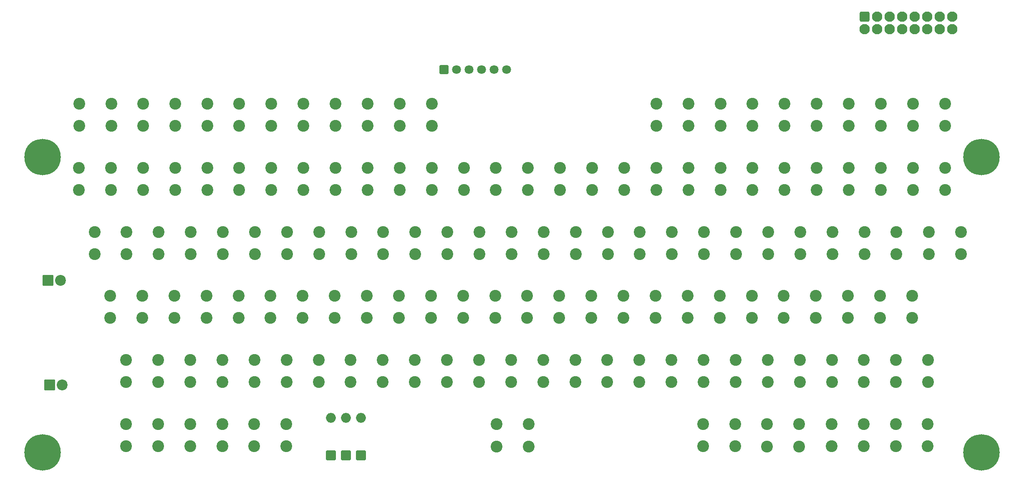
<source format=gbs>
G04 #@! TF.GenerationSoftware,KiCad,Pcbnew,(6.0.7)*
G04 #@! TF.CreationDate,2024-12-28T01:02:52-06:00*
G04 #@! TF.ProjectId,MSX-One_Keyboard,4d53582d-4f6e-4655-9f4b-6579626f6172,1.0*
G04 #@! TF.SameCoordinates,Original*
G04 #@! TF.FileFunction,Soldermask,Bot*
G04 #@! TF.FilePolarity,Negative*
%FSLAX46Y46*%
G04 Gerber Fmt 4.6, Leading zero omitted, Abs format (unit mm)*
G04 Created by KiCad (PCBNEW (6.0.7)) date 2024-12-28 01:02:52*
%MOMM*%
%LPD*%
G01*
G04 APERTURE LIST*
G04 Aperture macros list*
%AMRoundRect*
0 Rectangle with rounded corners*
0 $1 Rounding radius*
0 $2 $3 $4 $5 $6 $7 $8 $9 X,Y pos of 4 corners*
0 Add a 4 corners polygon primitive as box body*
4,1,4,$2,$3,$4,$5,$6,$7,$8,$9,$2,$3,0*
0 Add four circle primitives for the rounded corners*
1,1,$1+$1,$2,$3*
1,1,$1+$1,$4,$5*
1,1,$1+$1,$6,$7*
1,1,$1+$1,$8,$9*
0 Add four rect primitives between the rounded corners*
20,1,$1+$1,$2,$3,$4,$5,0*
20,1,$1+$1,$4,$5,$6,$7,0*
20,1,$1+$1,$6,$7,$8,$9,0*
20,1,$1+$1,$8,$9,$2,$3,0*%
G04 Aperture macros list end*
%ADD10C,2.400000*%
%ADD11RoundRect,0.200000X0.800000X-0.800000X0.800000X0.800000X-0.800000X0.800000X-0.800000X-0.800000X0*%
%ADD12O,2.000000X2.000000*%
%ADD13RoundRect,0.200000X-0.900000X-0.900000X0.900000X-0.900000X0.900000X0.900000X-0.900000X0.900000X0*%
%ADD14C,2.200000*%
%ADD15RoundRect,0.200000X-0.698500X-0.698500X0.698500X-0.698500X0.698500X0.698500X-0.698500X0.698500X0*%
%ADD16C,1.797000*%
%ADD17C,7.400000*%
%ADD18RoundRect,0.450000X-0.600000X0.600000X-0.600000X-0.600000X0.600000X-0.600000X0.600000X0.600000X0*%
%ADD19C,2.100000*%
G04 APERTURE END LIST*
D10*
X251067500Y-129512500D03*
X257567500Y-129512500D03*
X251067500Y-134012500D03*
X257567500Y-134012500D03*
X140410000Y-129512500D03*
X133910000Y-129512500D03*
X133910000Y-134012500D03*
X140410000Y-134012500D03*
X146927500Y-129512500D03*
X153427500Y-129512500D03*
X153427500Y-134012500D03*
X146927500Y-134012500D03*
X166445000Y-129512500D03*
X159945000Y-129512500D03*
X159945000Y-134012500D03*
X166445000Y-134012500D03*
X179462500Y-129512500D03*
X172962500Y-129512500D03*
X179462500Y-134012500D03*
X172962500Y-134012500D03*
X185980000Y-129512500D03*
X192480000Y-129512500D03*
X185980000Y-134012500D03*
X192480000Y-134012500D03*
X198997500Y-129512500D03*
X205497500Y-129512500D03*
X198997500Y-134012500D03*
X205497500Y-134012500D03*
X212015000Y-129512500D03*
X218515000Y-129512500D03*
X212015000Y-134012500D03*
X218515000Y-134012500D03*
X231532500Y-129512500D03*
X225032500Y-129512500D03*
X225032500Y-134012500D03*
X231532500Y-134012500D03*
X244550000Y-129512500D03*
X238050000Y-129512500D03*
X244550000Y-134012500D03*
X238050000Y-134012500D03*
X270585000Y-129512500D03*
X264085000Y-129512500D03*
X270585000Y-134012500D03*
X264085000Y-134012500D03*
X283602500Y-129512500D03*
X277102500Y-129512500D03*
X283602500Y-134012500D03*
X277102500Y-134012500D03*
X293370000Y-142530000D03*
X299870000Y-142530000D03*
X293370000Y-147030000D03*
X299870000Y-147030000D03*
X273760000Y-142530000D03*
X267260000Y-142530000D03*
X273760000Y-147030000D03*
X267260000Y-147030000D03*
X286777500Y-142530000D03*
X280277500Y-142530000D03*
X286777500Y-147030000D03*
X280277500Y-147030000D03*
X257417500Y-155547500D03*
X263917500Y-155547500D03*
X263917500Y-160047500D03*
X257417500Y-160047500D03*
X270435000Y-155547500D03*
X276935000Y-155547500D03*
X270435000Y-160047500D03*
X276935000Y-160047500D03*
X120892500Y-129512500D03*
X127392500Y-129512500D03*
X127392500Y-134012500D03*
X120892500Y-134012500D03*
X234632500Y-168565000D03*
X241132500Y-168565000D03*
X241132500Y-173065000D03*
X234632500Y-173065000D03*
X247650000Y-168565000D03*
X254150000Y-168565000D03*
X247650000Y-173065000D03*
X254150000Y-173065000D03*
X260667500Y-168565000D03*
X267167500Y-168565000D03*
X260667500Y-173065000D03*
X267167500Y-173065000D03*
X254075000Y-181610000D03*
X247575000Y-181610000D03*
X254075000Y-186110000D03*
X247575000Y-186110000D03*
X140260000Y-155547500D03*
X146760000Y-155547500D03*
X146760000Y-160047500D03*
X140260000Y-160047500D03*
X195580000Y-168565000D03*
X202080000Y-168565000D03*
X202080000Y-173065000D03*
X195580000Y-173065000D03*
X169545000Y-168565000D03*
X176045000Y-168565000D03*
X169545000Y-173065000D03*
X176045000Y-173065000D03*
X172795000Y-155547500D03*
X166295000Y-155547500D03*
X172795000Y-160047500D03*
X166295000Y-160047500D03*
X163120000Y-142530000D03*
X169620000Y-142530000D03*
X169620000Y-147030000D03*
X163120000Y-147030000D03*
X179312500Y-155547500D03*
X185812500Y-155547500D03*
X185812500Y-160047500D03*
X179312500Y-160047500D03*
X192330000Y-155547500D03*
X198830000Y-155547500D03*
X198830000Y-160047500D03*
X192330000Y-160047500D03*
X205347500Y-155547500D03*
X211847500Y-155547500D03*
X211847500Y-160047500D03*
X205347500Y-160047500D03*
X234707500Y-142530000D03*
X228207500Y-142530000D03*
X228207500Y-147030000D03*
X234707500Y-147030000D03*
X218365000Y-155547500D03*
X224865000Y-155547500D03*
X224865000Y-160047500D03*
X218365000Y-160047500D03*
X231382500Y-155547500D03*
X237882500Y-155547500D03*
X237882500Y-160047500D03*
X231382500Y-160047500D03*
X244400000Y-155547500D03*
X250900000Y-155547500D03*
X250900000Y-160047500D03*
X244400000Y-160047500D03*
X221615000Y-168565000D03*
X228115000Y-168565000D03*
X228115000Y-173065000D03*
X221615000Y-173065000D03*
X215097500Y-168565000D03*
X208597500Y-168565000D03*
X208597500Y-173065000D03*
X215097500Y-173065000D03*
X241225000Y-142530000D03*
X247725000Y-142530000D03*
X247725000Y-147030000D03*
X241225000Y-147030000D03*
X254242500Y-142530000D03*
X260742500Y-142530000D03*
X260742500Y-147030000D03*
X254242500Y-147030000D03*
X137085000Y-142530000D03*
X143585000Y-142530000D03*
X143585000Y-147030000D03*
X137085000Y-147030000D03*
X182637500Y-142530000D03*
X176137500Y-142530000D03*
X182637500Y-147030000D03*
X176137500Y-147030000D03*
X153277500Y-155547500D03*
X159777500Y-155547500D03*
X159777500Y-160047500D03*
X153277500Y-160047500D03*
X195655000Y-142530000D03*
X189155000Y-142530000D03*
X195655000Y-147030000D03*
X189155000Y-147030000D03*
X221690000Y-142530000D03*
X215190000Y-142530000D03*
X215190000Y-147030000D03*
X221690000Y-147030000D03*
X189062500Y-168565000D03*
X182562500Y-168565000D03*
X189062500Y-173065000D03*
X182562500Y-173065000D03*
X156602500Y-142530000D03*
X150102500Y-142530000D03*
X150102500Y-147030000D03*
X156602500Y-147030000D03*
X163027500Y-168565000D03*
X156527500Y-168565000D03*
X156527500Y-173065000D03*
X163027500Y-173065000D03*
X208672500Y-142530000D03*
X202172500Y-142530000D03*
X208672500Y-147030000D03*
X202172500Y-147030000D03*
X150010000Y-168565000D03*
X143510000Y-168565000D03*
X143510000Y-173065000D03*
X150010000Y-173065000D03*
X130492500Y-168565000D03*
X136992500Y-168565000D03*
X130492500Y-173065000D03*
X136992500Y-173065000D03*
X130492500Y-181610000D03*
X136992500Y-181610000D03*
X130492500Y-186110000D03*
X136992500Y-186110000D03*
X150010000Y-181610000D03*
X143510000Y-181610000D03*
X143510000Y-186110000D03*
X150010000Y-186110000D03*
X133742500Y-155547500D03*
X127242500Y-155547500D03*
X133742500Y-160047500D03*
X127242500Y-160047500D03*
X162952500Y-181582500D03*
X156452500Y-181582500D03*
X156452500Y-186082500D03*
X162952500Y-186082500D03*
X140410000Y-116495000D03*
X133910000Y-116495000D03*
X133910000Y-120995000D03*
X140410000Y-120995000D03*
X146927500Y-116495000D03*
X153427500Y-116495000D03*
X146927500Y-120995000D03*
X153427500Y-120995000D03*
X159945000Y-116495000D03*
X166445000Y-116495000D03*
X159945000Y-120995000D03*
X166445000Y-120995000D03*
X172962500Y-116495000D03*
X179462500Y-116495000D03*
X172962500Y-120995000D03*
X179462500Y-120995000D03*
X192480000Y-116495000D03*
X185980000Y-116495000D03*
X185980000Y-120995000D03*
X192480000Y-120995000D03*
X127467500Y-116495000D03*
X120967500Y-116495000D03*
X120967500Y-120995000D03*
X127467500Y-120995000D03*
X124067500Y-142530000D03*
X130567500Y-142530000D03*
X124067500Y-147030000D03*
X130567500Y-147030000D03*
X244550000Y-116495000D03*
X238050000Y-116495000D03*
X244550000Y-120995000D03*
X238050000Y-120995000D03*
X296620000Y-129512500D03*
X290120000Y-129512500D03*
X290120000Y-134012500D03*
X296620000Y-134012500D03*
X283452500Y-155547500D03*
X289952500Y-155547500D03*
X289952500Y-160047500D03*
X283452500Y-160047500D03*
X205665000Y-181637500D03*
X212165000Y-181637500D03*
X205665000Y-186137500D03*
X212165000Y-186137500D03*
X270585000Y-116495000D03*
X264085000Y-116495000D03*
X264085000Y-120995000D03*
X270585000Y-120995000D03*
X283602500Y-116495000D03*
X277102500Y-116495000D03*
X283602500Y-120995000D03*
X277102500Y-120995000D03*
X290120000Y-116495000D03*
X296620000Y-116495000D03*
X296620000Y-120995000D03*
X290120000Y-120995000D03*
X267017500Y-181637500D03*
X260517500Y-181637500D03*
X260517500Y-186137500D03*
X267017500Y-186137500D03*
X286702500Y-168565000D03*
X293202500Y-168565000D03*
X293202500Y-173065000D03*
X286702500Y-173065000D03*
X286627500Y-181582500D03*
X293127500Y-181582500D03*
X286627500Y-186082500D03*
X293127500Y-186082500D03*
X273610000Y-181582500D03*
X280110000Y-181582500D03*
X280110000Y-186082500D03*
X273610000Y-186082500D03*
X251067500Y-116495000D03*
X257567500Y-116495000D03*
X251067500Y-120995000D03*
X257567500Y-120995000D03*
X280185000Y-168565000D03*
X273685000Y-168565000D03*
X280185000Y-173065000D03*
X273685000Y-173065000D03*
D11*
X172021500Y-187960000D03*
D12*
X172021500Y-180340000D03*
D11*
X175069500Y-187960000D03*
D12*
X175069500Y-180340000D03*
D11*
X178117500Y-187960000D03*
D12*
X178117500Y-180340000D03*
D13*
X114930000Y-173672500D03*
D14*
X117470000Y-173672500D03*
D13*
X114612500Y-152400000D03*
D14*
X117152500Y-152400000D03*
D15*
X194945000Y-109537500D03*
D16*
X197485000Y-109537500D03*
X200025000Y-109537500D03*
X202565000Y-109537500D03*
X205105000Y-109537500D03*
X207645000Y-109537500D03*
D17*
X304044800Y-187332500D03*
X304034800Y-127325000D03*
X113544800Y-187332500D03*
X113534800Y-127325000D03*
D18*
X280352500Y-98760000D03*
D19*
X280352500Y-101300000D03*
X282892500Y-98760000D03*
X282892500Y-101300000D03*
X285432500Y-98760000D03*
X285432500Y-101300000D03*
X287972500Y-98760000D03*
X287972500Y-101300000D03*
X290512500Y-98760000D03*
X290512500Y-101300000D03*
X293052500Y-98760000D03*
X293052500Y-101300000D03*
X295592500Y-98760000D03*
X295592500Y-101300000D03*
X298132500Y-98760000D03*
X298132500Y-101300000D03*
M02*

</source>
